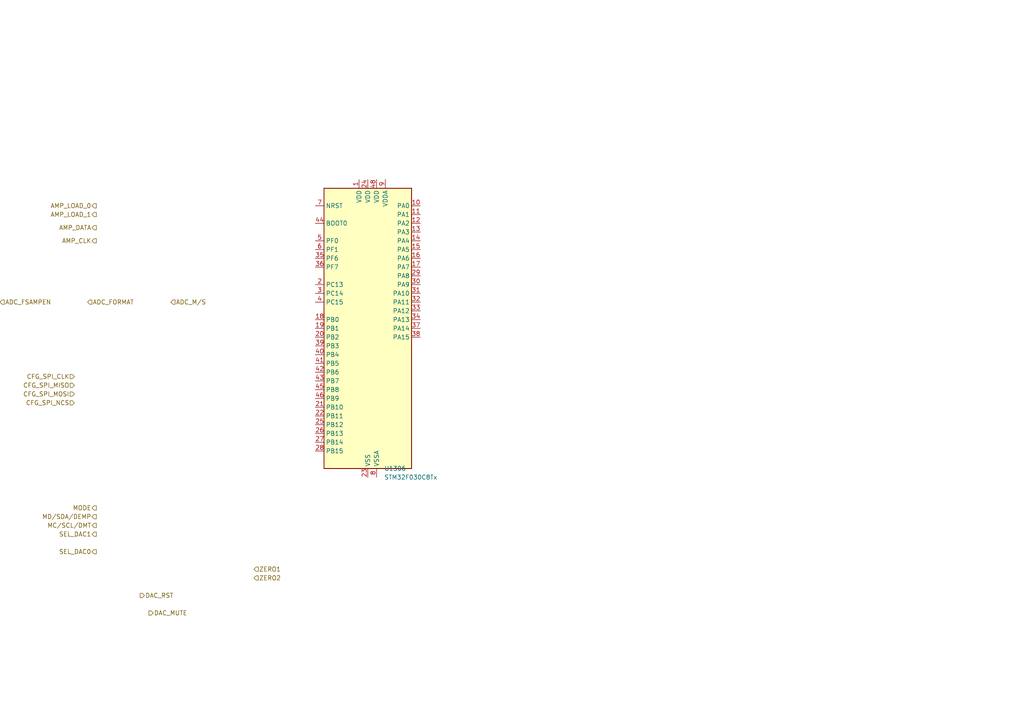
<source format=kicad_sch>
(kicad_sch (version 20250114) (generator "eeschema") (generator_version "9.0")
  (paper "A4")
  (lib_symbols
    (symbol "MCU_ST_STM32F0:STM32F030C8Tx"
      (property "Reference" "U" (at -12.7 41.91 0))
      (property "Value" "STM32F030C8Tx" (at 7.62 41.91 0))
      (symbol "STM32F030C8Tx_0_1"
        (rectangle (start -12.7 -40.64) (end 12.7 40.64) (stroke (width 0.254)) (fill (type background)))
      )
      (symbol "STM32F030C8Tx_1_1"
        (pin input line (at -15.24 35.56 0) (length 2.54) (name "NRST") (number "7"))
        (pin input line (at -15.24 30.48 0) (length 2.54) (name "BOOT0") (number "44"))
        (pin bidirectional line (at -15.24 25.4 0) (length 2.54) (name "PF0") (number "5"))
        (pin bidirectional line (at -15.24 22.86 0) (length 2.54) (name "PF1") (number "6"))
        (pin bidirectional line (at -15.24 20.32 0) (length 2.54) (name "PF6") (number "35"))
        (pin bidirectional line (at -15.24 17.78 0) (length 2.54) (name "PF7") (number "36"))
        (pin bidirectional line (at -15.24 12.7 0) (length 2.54) (name "PC13") (number "2"))
        (pin bidirectional line (at -15.24 10.16 0) (length 2.54) (name "PC14") (number "3"))
        (pin bidirectional line (at -15.24 7.62 0) (length 2.54) (name "PC15") (number "4"))
        (pin bidirectional line (at -15.24 2.54 0) (length 2.54) (name "PB0") (number "18"))
        (pin bidirectional line (at -15.24 0 0) (length 2.54) (name "PB1") (number "19"))
        (pin bidirectional line (at -15.24 -2.54 0) (length 2.54) (name "PB2") (number "20"))
        (pin bidirectional line (at -15.24 -5.08 0) (length 2.54) (name "PB3") (number "39"))
        (pin bidirectional line (at -15.24 -7.62 0) (length 2.54) (name "PB4") (number "40"))
        (pin bidirectional line (at -15.24 -10.16 0) (length 2.54) (name "PB5") (number "41"))
        (pin bidirectional line (at -15.24 -12.7 0) (length 2.54) (name "PB6") (number "42"))
        (pin bidirectional line (at -15.24 -15.24 0) (length 2.54) (name "PB7") (number "43"))
        (pin bidirectional line (at -15.24 -17.78 0) (length 2.54) (name "PB8") (number "45"))
        (pin bidirectional line (at -15.24 -20.32 0) (length 2.54) (name "PB9") (number "46"))
        (pin bidirectional line (at -15.24 -22.86 0) (length 2.54) (name "PB10") (number "21"))
        (pin bidirectional line (at -15.24 -25.4 0) (length 2.54) (name "PB11") (number "22"))
        (pin bidirectional line (at -15.24 -27.94 0) (length 2.54) (name "PB12") (number "25"))
        (pin bidirectional line (at -15.24 -30.48 0) (length 2.54) (name "PB13") (number "26"))
        (pin bidirectional line (at -15.24 -33.02 0) (length 2.54) (name "PB14") (number "27"))
        (pin bidirectional line (at -15.24 -35.56 0) (length 2.54) (name "PB15") (number "28"))
        (pin power_in line (at -2.54 43.18 270) (length 2.54) (name "VDD") (number "1"))
        (pin power_in line (at 0 43.18 270) (length 2.54) (name "VDD") (number "24"))
        (pin power_in line (at 0 -43.18 90) (length 2.54) (name "VSS") (number "23"))
        (pin passive line (at 0 -43.18 90) (length 2.54) (hide yes) (name "VSS") (number "47"))
        (pin power_in line (at 2.54 43.18 270) (length 2.54) (name "VDD") (number "48"))
        (pin power_in line (at 2.54 -43.18 90) (length 2.54) (name "VSSA") (number "8"))
        (pin power_in line (at 5.08 43.18 270) (length 2.54) (name "VDDA") (number "9"))
        (pin bidirectional line (at 15.24 35.56 180) (length 2.54) (name "PA0") (number "10"))
        (pin bidirectional line (at 15.24 33.02 180) (length 2.54) (name "PA1") (number "11"))
        (pin bidirectional line (at 15.24 30.48 180) (length 2.54) (name "PA2") (number "12"))
        (pin bidirectional line (at 15.24 27.94 180) (length 2.54) (name "PA3") (number "13"))
        (pin bidirectional line (at 15.24 25.4 180) (length 2.54) (name "PA4") (number "14"))
        (pin bidirectional line (at 15.24 22.86 180) (length 2.54) (name "PA5") (number "15"))
        (pin bidirectional line (at 15.24 20.32 180) (length 2.54) (name "PA6") (number "16"))
        (pin bidirectional line (at 15.24 17.78 180) (length 2.54) (name "PA7") (number "17"))
        (pin bidirectional line (at 15.24 15.24 180) (length 2.54) (name "PA8") (number "29"))
        (pin bidirectional line (at 15.24 12.7 180) (length 2.54) (name "PA9") (number "30"))
        (pin bidirectional line (at 15.24 10.16 180) (length 2.54) (name "PA10") (number "31"))
        (pin bidirectional line (at 15.24 7.62 180) (length 2.54) (name "PA11") (number "32"))
        (pin bidirectional line (at 15.24 5.08 180) (length 2.54) (name "PA12") (number "33"))
        (pin bidirectional line (at 15.24 2.54 180) (length 2.54) (name "PA13") (number "34"))
        (pin bidirectional line (at 15.24 0 180) (length 2.54) (name "PA14") (number "37"))
        (pin bidirectional line (at 15.24 -2.54 180) (length 2.54) (name "PA15") (number "38"))
      )
    )
  )
  (hierarchical_label "CFG_SPI_MISO" (shape input) (at 21.59 111.76 180))
  (hierarchical_label "SEL_DAC1" (shape output) (at 27.94 154.94 180))
  (hierarchical_label "AMP_LOAD_0" (shape output) (at 27.94 59.69 180))
  (hierarchical_label "DAC_MUTE" (shape output) (at 43.18 177.8 0))
  (hierarchical_label "AMP_LOAD_1" (shape output) (at 27.94 62.23 180))
  (hierarchical_label "ADC_M{slash}S" (shape input) (at 49.53 87.63 0))
  (hierarchical_label "SEL_DAC0" (shape output) (at 27.94 160.02 180))
  (hierarchical_label "CFG_SPI_MOSI" (shape input) (at 21.59 114.3 180))
  (hierarchical_label "ADC_IWL" (shape input) (at -20.32 87.63 0))
  (hierarchical_label "ZERO2" (shape input) (at 73.66 167.64 0))
  (hierarchical_label "CFG_SPI_CLK" (shape input) (at 21.59 109.22 180))
  (hierarchical_label "ADC_FSAMPEN" (shape input) (at 0 87.63 0))
  (hierarchical_label "MODE" (shape output) (at 27.94 147.32 180))
  (hierarchical_label "AMP_DATA" (shape output) (at 27.94 66.04 180))
  (hierarchical_label "ADC_FORMAT" (shape input) (at 25.4 87.63 0))
  (hierarchical_label "MC{slash}SCL{slash}DMT" (shape output) (at 27.94 152.4 180))
  (hierarchical_label "CFG_SPI_NCS" (shape input) (at 21.59 116.84 180))
  (hierarchical_label "DAC_RST" (shape output) (at 40.64 172.72 0))
  (hierarchical_label "AMP_CLK" (shape output) (at 27.94 69.85 180))
  (hierarchical_label "MD{slash}SDA{slash}DEMP" (shape output) (at 27.94 149.86 180))
  (hierarchical_label "ZERO1" (shape input) (at 73.66 165.1 0))
  (symbol (lib_id "MCU_ST_STM32F0:STM32F030C8Tx") (at 106.68 95.25 0) (unit 1)
    (property "Reference" "U1306" (at 111.4141 135.89 0) (effects (justify left)))
    (property "Value" "STM32F030C8Tx" (at 111.4141 138.43 0) (effects (justify left)))
    (property "Footprint" "Package_QFP:LQFP-48_7x7mm_P0.5mm" (effects (hide yes)))
    (property "Datasheet" "https://www.st.com/resource/en/datasheet/stm32f030c8.pdf" (effects (hide yes)))
    (property "Description" "STMicroelectronics Arm Cortex-M0 MCU, 64KB flash, 8KB RAM, 48 MHz, 2.4-3.6V, 39 GPIO, LQFP48" (effects (hide yes)))
  )
)
</source>
